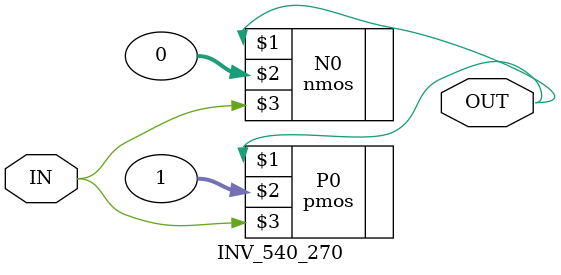
<source format=v>
`timescale 1ns / 1ns 

module INV_540_270 ( OUT, IN );
output  OUT;

input  IN;


specify 
    specparam CDS_LIBNAME  = "ECE555";
    specparam CDS_CELLNAME = "INV_540_270";
    specparam CDS_VIEWNAME = "schematic";
endspecify

pmos P0 ( OUT, 1, IN);
nmos N0 ( OUT, 0, IN);

endmodule

</source>
